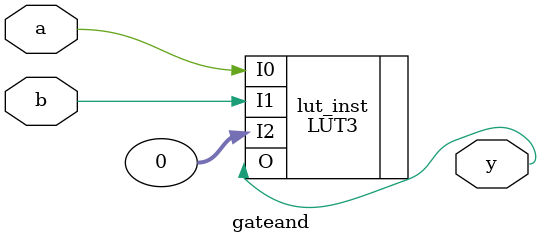
<source format=v>
module gateand(
    input a,
    input b,
    output y
    );
	 
	 LUT3 #(
    .INIT(4'h8)
  ) lut_inst (
    .O(y),
    .I0(a),
    .I1(b),.I2(0));


endmodule

</source>
